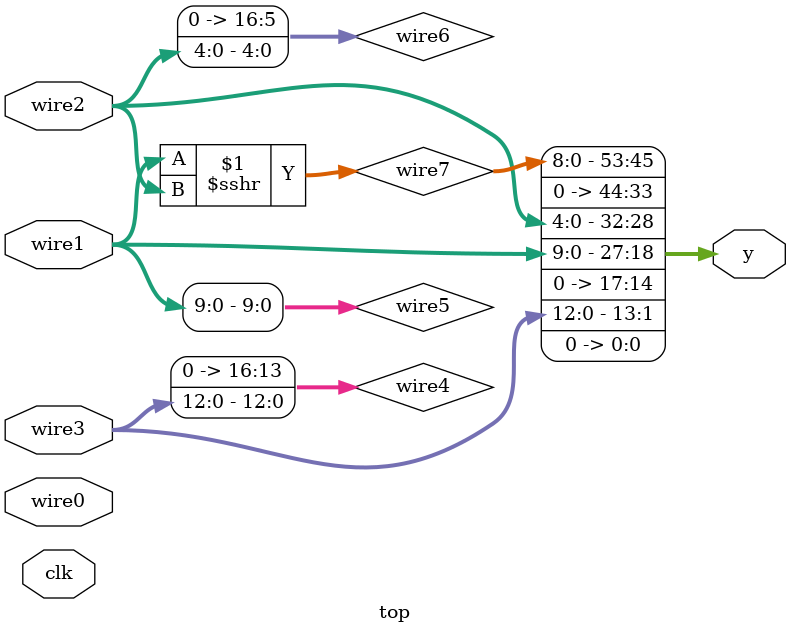
<source format=v>
module top  (y, clk, wire3, wire2, wire1, wire0);
  output wire [(32'h35):(32'h0)] y;
  input wire [(1'h0):(1'h0)] clk;
  input wire [(4'hc):(1'h0)] wire3;
  input wire signed [(3'h5):(1'h0)] wire2;
  input wire [(4'ha):(1'h0)] wire1;
  input wire [(4'hb):(1'h0)] wire0;
  wire signed [(4'hb):(1'h0)] wire7;
  wire [(5'h10):(1'h0)] wire6;
  wire signed [(4'h9):(1'h0)] wire5;
  wire signed [(5'h10):(1'h0)] wire4;
  assign y = {wire7, wire6, wire5, wire4, (1'h0)};
  assign wire4 = wire3;
  assign wire5 = wire1;
  assign wire6 = wire2[(3'h4):(1'h0)];
  assign wire7 = (wire1 >>> wire2);
endmodule

</source>
